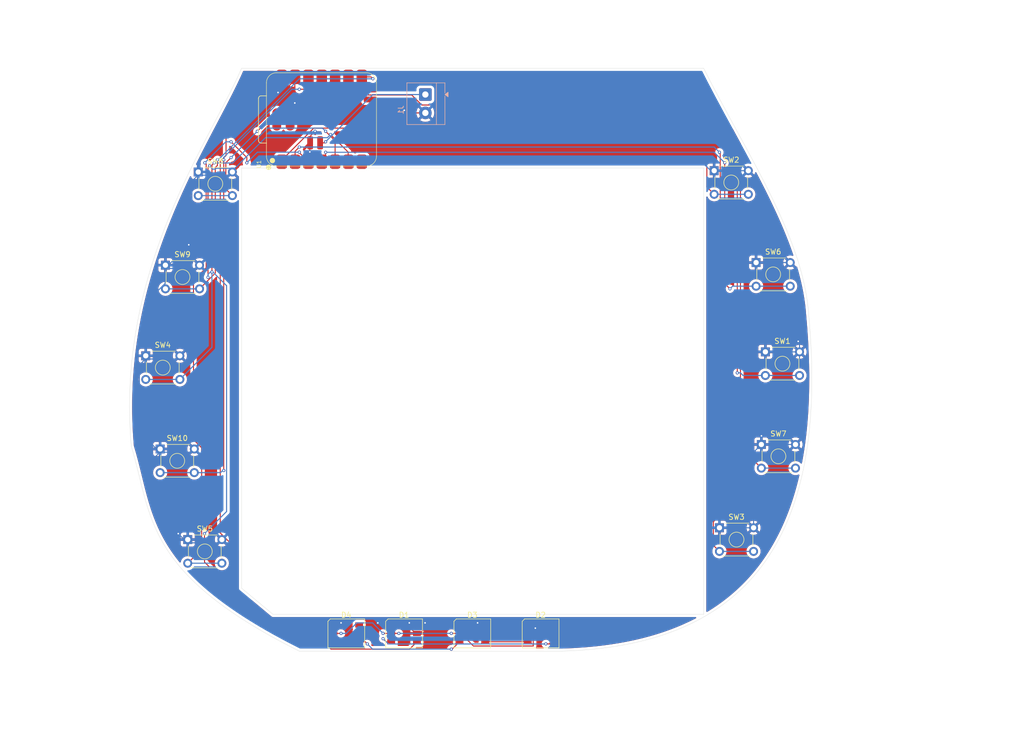
<source format=kicad_pcb>
(kicad_pcb (version 20241229) (generator "pcbnew") (generator_version "9.0")
  (title_block (title "Spacey") (company "ATY inc."))
  (layers (0 "F.Cu" signal) (2 "B.Cu" signal) (13 "F.Paste" user) (15 "B.Paste" user) (5 "F.SilkS" user "F.Silkscreen") (7 "B.SilkS" user "B.Silkscreen") (1 "F.Mask" user) (3 "B.Mask" user) (25 "Edge.Cuts" user))
  (net 0 "")
  (net 1 "+5V")
  (net 2 "Net-(D1-DOUT)")
  (net 4 "DIN")
  (net 5 "GND")
  (net 9 "+BATT")
  (net 10 "bt_6")
  (net 11 "bt_1")
  (net 12 "bt_5")
  (net 13 "bt_2")
  (net 14 "bt_4")
  (net 15 "bt_3")
  (net 16 "bt_8")
  (net 17 "bt_9")
  (net 18 "bt_7")
  (net 19 "bt_10")
  (net 21 "+3V3")
  (net 26 "Net-(D2-DOUT)")
  (net 27 "Net-(D3-DOUT)")
  (footprint "Button_Switch_THT:SW_TH_Tactile_Omron_B3F-10xx" (layer "F.Cu") (at -107 154.5)
    (property "Reference" "SW3" (at 3.25 -2.05 0) (layer "F.SilkS"))
    (property "Value" "SW_Omron_B3FS")
    (fp_line (start 0.13 3.4) (end 0.13 1.2) (stroke (width 0.12)) (layer "F.SilkS"))
    (fp_line (start 0.6 5.37) (end 5.8 5.37) (stroke (width 0.12)) (layer "F.SilkS"))
    (fp_line (start 1.2 -0.87) (end 5.6 -0.87) (stroke (width 0.12)) (layer "F.SilkS"))
    (fp_line (start 6.37 1.2) (end 6.37 3.4) (stroke (width 0.12)) (layer "F.SilkS"))
    (fp_circle (center 3.25 2.25) (end 4.25 3.25) (stroke (width 0.12)) (fill no) (layer "F.SilkS"))
    (pad "1" thru_hole rect (at 0 0) (size 1.7 1.7) (drill 1) (layers "*.Cu" "*.Mask") (net 5 "GND"))
    (pad "1" thru_hole circle (at 6.5 0) (size 1.7 1.7) (drill 1) (layers "*.Cu" "*.Mask") (net 5 "GND"))
    (pad "2" thru_hole circle (at 0 4.5) (size 1.7 1.7) (drill 1) (layers "*.Cu" "*.Mask") (net 12 "bt_5"))
    (pad "2" thru_hole circle (at 6.5 4.5) (size 1.7 1.7) (drill 1) (layers "*.Cu" "*.Mask") (net 12 "bt_5"))
  )
  (footprint "LED_SMD:LED_WS2812_PLCC6_5.0x5.0mm_P1.6mm" (layer "F.Cu") (at -154.055892 174.613461)
    (property "Reference" "D3" (at 0 -3.5 0) (layer "F.SilkS"))
    (property "Value" "WS2813")
    (fp_line (start -3.5 -2.3) (end -3.5 2.75) (stroke (width 0.12)) (layer "F.SilkS"))
    (fp_line (start -3.05 -2.75) (end -3.5 -2.3) (stroke (width 0.12)) (layer "F.SilkS"))
    (fp_line (start 3.5 -2.75) (end -3.05 -2.75) (stroke (width 0.12)) (layer "F.SilkS"))
    (fp_line (start 3.5 2.75) (end -3.5 2.75) (stroke (width 0.12)) (layer "F.SilkS"))
    (fp_line (start 3.5 2.75) (end 3.5 -2.75) (stroke (width 0.12)) (layer "F.SilkS"))
    (pad "1" smd rect (at -2.45 -1.6) (size 1.5 1) (layers "F.Cu" "F.Mask" "F.Paste"))
    (pad "2" smd rect (at -2.45 0) (size 1.5 1) (layers "F.Cu" "F.Mask" "F.Paste") (net 1 "+5V"))
    (pad "3" smd rect (at -2.45 1.6) (size 1.5 1) (layers "F.Cu" "F.Mask" "F.Paste") (net 27 "Net-(D3-DOUT)"))
    (pad "4" smd rect (at 2.45 1.6) (size 1.5 1) (layers "F.Cu" "F.Mask" "F.Paste") (net 26 "Net-(D2-DOUT)"))
    (pad "5" smd rect (at 2.45 0) (size 1.5 1) (layers "F.Cu" "F.Mask" "F.Paste") (net 5 "GND"))
    (pad "6" smd rect (at 2.45 -1.6) (size 1.5 1) (layers "F.Cu" "F.Mask" "F.Paste"))
  )
  (footprint "Button_Switch_THT:SW_TH_Tactile_Omron_B3F-10xx" (layer "F.Cu") (at -100.0175 104)
    (property "Reference" "SW6" (at 3.25 -2.05 0) (layer "F.SilkS"))
    (property "Value" "SW_Omron_B3FS")
    (fp_line (start 0.13 3.4) (end 0.13 1.2) (stroke (width 0.12)) (layer "F.SilkS"))
    (fp_line (start 0.6 5.37) (end 5.8 5.37) (stroke (width 0.12)) (layer "F.SilkS"))
    (fp_line (start 1.2 -0.87) (end 5.6 -0.87) (stroke (width 0.12)) (layer "F.SilkS"))
    (fp_line (start 6.37 1.2) (end 6.37 3.4) (stroke (width 0.12)) (layer "F.SilkS"))
    (fp_circle (center 3.25 2.25) (end 4.25 3.25) (stroke (width 0.12)) (fill no) (layer "F.SilkS"))
    (pad "1" thru_hole rect (at 0 0) (size 1.7 1.7) (drill 1) (layers "*.Cu" "*.Mask") (net 5 "GND"))
    (pad "1" thru_hole circle (at 6.5 0) (size 1.7 1.7) (drill 1) (layers "*.Cu" "*.Mask") (net 5 "GND"))
    (pad "2" thru_hole circle (at 0 4.5) (size 1.7 1.7) (drill 1) (layers "*.Cu" "*.Mask") (net 15 "bt_3"))
    (pad "2" thru_hole circle (at 6.5 4.5) (size 1.7 1.7) (drill 1) (layers "*.Cu" "*.Mask") (net 15 "bt_3"))
  )
  (footprint "Button_Switch_THT:SW_TH_Tactile_Omron_B3F-10xx" (layer "F.Cu") (at -98.25 121)
    (property "Reference" "SW1" (at 3.25 -2.05 0) (layer "F.SilkS"))
    (property "Value" "SW_Omron_B3FS")
    (fp_line (start 0.13 3.4) (end 0.13 1.2) (stroke (width 0.12)) (layer "F.SilkS"))
    (fp_line (start 0.6 5.37) (end 5.8 5.37) (stroke (width 0.12)) (layer "F.SilkS"))
    (fp_line (start 1.2 -0.87) (end 5.6 -0.87) (stroke (width 0.12)) (layer "F.SilkS"))
    (fp_line (start 6.37 1.2) (end 6.37 3.4) (stroke (width 0.12)) (layer "F.SilkS"))
    (fp_circle (center 3.25 2.25) (end 4.25 3.25) (stroke (width 0.12)) (fill no) (layer "F.SilkS"))
    (pad "1" thru_hole rect (at 0 0) (size 1.7 1.7) (drill 1) (layers "*.Cu" "*.Mask") (net 5 "GND"))
    (pad "1" thru_hole circle (at 6.5 0) (size 1.7 1.7) (drill 1) (layers "*.Cu" "*.Mask") (net 5 "GND"))
    (pad "2" thru_hole circle (at 0 4.5) (size 1.7 1.7) (drill 1) (layers "*.Cu" "*.Mask") (net 10 "bt_6"))
    (pad "2" thru_hole circle (at 6.5 4.5) (size 1.7 1.7) (drill 1) (layers "*.Cu" "*.Mask") (net 10 "bt_6"))
  )
  (footprint "Button_Switch_THT:SW_TH_Tactile_Omron_B3F-10xx" (layer "F.Cu") (at -212.5 104.5)
    (property "Reference" "SW9" (at 3.25 -2.05 0) (layer "F.SilkS"))
    (property "Value" "SW_Omron_B3FS")
    (fp_line (start 0.13 3.4) (end 0.13 1.2) (stroke (width 0.12)) (layer "F.SilkS"))
    (fp_line (start 0.6 5.37) (end 5.8 5.37) (stroke (width 0.12)) (layer "F.SilkS"))
    (fp_line (start 1.2 -0.87) (end 5.6 -0.87) (stroke (width 0.12)) (layer "F.SilkS"))
    (fp_line (start 6.37 1.2) (end 6.37 3.4) (stroke (width 0.12)) (layer "F.SilkS"))
    (fp_circle (center 3.25 2.25) (end 4.25 3.25) (stroke (width 0.12)) (fill no) (layer "F.SilkS"))
    (pad "1" thru_hole rect (at 0 0) (size 1.7 1.7) (drill 1) (layers "*.Cu" "*.Mask") (net 5 "GND"))
    (pad "1" thru_hole circle (at 6.5 0) (size 1.7 1.7) (drill 1) (layers "*.Cu" "*.Mask") (net 5 "GND"))
    (pad "2" thru_hole circle (at 0 4.5) (size 1.7 1.7) (drill 1) (layers "*.Cu" "*.Mask") (net 18 "bt_7"))
    (pad "2" thru_hole circle (at 6.5 4.5) (size 1.7 1.7) (drill 1) (layers "*.Cu" "*.Mask") (net 18 "bt_7"))
  )
  (footprint "Button_Switch_THT:SW_TH_Tactile_Omron_B3F-10xx" (layer "F.Cu") (at -213.5 139.5)
    (property "Reference" "SW10" (at 3.25 -2.05 0) (layer "F.SilkS"))
    (property "Value" "SW_Omron_B3FS")
    (fp_line (start 0.13 3.4) (end 0.13 1.2) (stroke (width 0.12)) (layer "F.SilkS"))
    (fp_line (start 0.6 5.37) (end 5.8 5.37) (stroke (width 0.12)) (layer "F.SilkS"))
    (fp_line (start 1.2 -0.87) (end 5.6 -0.87) (stroke (width 0.12)) (layer "F.SilkS"))
    (fp_line (start 6.37 1.2) (end 6.37 3.4) (stroke (width 0.12)) (layer "F.SilkS"))
    (fp_circle (center 3.25 2.25) (end 4.25 3.25) (stroke (width 0.12)) (fill no) (layer "F.SilkS"))
    (pad "1" thru_hole rect (at 0 0) (size 1.7 1.7) (drill 1) (layers "*.Cu" "*.Mask") (net 5 "GND"))
    (pad "1" thru_hole circle (at 6.5 0) (size 1.7 1.7) (drill 1) (layers "*.Cu" "*.Mask") (net 5 "GND"))
    (pad "2" thru_hole circle (at 0 4.5) (size 1.7 1.7) (drill 1) (layers "*.Cu" "*.Mask") (net 19 "bt_10"))
    (pad "2" thru_hole circle (at 6.5 4.5) (size 1.7 1.7) (drill 1) (layers "*.Cu" "*.Mask") (net 19 "bt_10"))
  )
  (footprint "Button_Switch_THT:SW_TH_Tactile_Omron_B3F-10xx" (layer "F.Cu") (at -108 86.5)
    (property "Reference" "SW2" (at 3.25 -2.05 0) (layer "F.SilkS"))
    (property "Value" "SW_Omron_B3FS")
    (fp_line (start 0.13 3.4) (end 0.13 1.2) (stroke (width 0.12)) (layer "F.SilkS"))
    (fp_line (start 0.6 5.37) (end 5.8 5.37) (stroke (width 0.12)) (layer "F.SilkS"))
    (fp_line (start 1.2 -0.87) (end 5.6 -0.87) (stroke (width 0.12)) (layer "F.SilkS"))
    (fp_line (start 6.37 1.2) (end 6.37 3.4) (stroke (width 0.12)) (layer "F.SilkS"))
    (fp_circle (center 3.25 2.25) (end 4.25 3.25) (stroke (width 0.12)) (fill no) (layer "F.SilkS"))
    (pad "1" thru_hole rect (at 0 0) (size 1.7 1.7) (drill 1) (layers "*.Cu" "*.Mask") (net 5 "GND"))
    (pad "1" thru_hole circle (at 6.5 0) (size 1.7 1.7) (drill 1) (layers "*.Cu" "*.Mask") (net 5 "GND"))
    (pad "2" thru_hole circle (at 0 4.5) (size 1.7 1.7) (drill 1) (layers "*.Cu" "*.Mask") (net 11 "bt_1"))
    (pad "2" thru_hole circle (at 6.5 4.5) (size 1.7 1.7) (drill 1) (layers "*.Cu" "*.Mask") (net 11 "bt_1"))
  )
  (footprint "Button_Switch_THT:SW_TH_Tactile_Omron_B3F-10xx" (layer "F.Cu") (at -216.25 121.75)
    (property "Reference" "SW4" (at 3.25 -2.05 0) (layer "F.SilkS"))
    (property "Value" "SW_Omron_B3FS")
    (fp_line (start 0.13 3.4) (end 0.13 1.2) (stroke (width 0.12)) (layer "F.SilkS"))
    (fp_line (start 0.6 5.37) (end 5.8 5.37) (stroke (width 0.12)) (layer "F.SilkS"))
    (fp_line (start 1.2 -0.87) (end 5.6 -0.87) (stroke (width 0.12)) (layer "F.SilkS"))
    (fp_line (start 6.37 1.2) (end 6.37 3.4) (stroke (width 0.12)) (layer "F.SilkS"))
    (fp_circle (center 3.25 2.25) (end 4.25 3.25) (stroke (width 0.12)) (fill no) (layer "F.SilkS"))
    (pad "1" thru_hole rect (at 0 0) (size 1.7 1.7) (drill 1) (layers "*.Cu" "*.Mask") (net 5 "GND"))
    (pad "1" thru_hole circle (at 6.5 0) (size 1.7 1.7) (drill 1) (layers "*.Cu" "*.Mask") (net 5 "GND"))
    (pad "2" thru_hole circle (at 0 4.5) (size 1.7 1.7) (drill 1) (layers "*.Cu" "*.Mask") (net 13 "bt_2"))
    (pad "2" thru_hole circle (at 6.5 4.5) (size 1.7 1.7) (drill 1) (layers "*.Cu" "*.Mask") (net 13 "bt_2"))
  )
  (footprint "Button_Switch_THT:SW_TH_Tactile_Omron_B3F-10xx" (layer "F.Cu") (at -206.25 86.75)
    (property "Reference" "SW8" (at 3.25 -2.05 0) (layer "F.SilkS"))
    (property "Value" "SW_Omron_B3FS")
    (fp_line (start 0.13 3.4) (end 0.13 1.2) (stroke (width 0.12)) (layer "F.SilkS"))
    (fp_line (start 0.6 5.37) (end 5.8 5.37) (stroke (width 0.12)) (layer "F.SilkS"))
    (fp_line (start 1.2 -0.87) (end 5.6 -0.87) (stroke (width 0.12)) (layer "F.SilkS"))
    (fp_line (start 6.37 1.2) (end 6.37 3.4) (stroke (width 0.12)) (layer "F.SilkS"))
    (fp_circle (center 3.25 2.25) (end 4.25 3.25) (stroke (width 0.12)) (fill no) (layer "F.SilkS"))
    (pad "1" thru_hole rect (at 0 0) (size 1.7 1.7) (drill 1) (layers "*.Cu" "*.Mask") (net 5 "GND"))
    (pad "1" thru_hole circle (at 6.5 0) (size 1.7 1.7) (drill 1) (layers "*.Cu" "*.Mask") (net 5 "GND"))
    (pad "2" thru_hole circle (at 0 4.5) (size 1.7 1.7) (drill 1) (layers "*.Cu" "*.Mask") (net 17 "bt_9"))
    (pad "2" thru_hole circle (at 6.5 4.5) (size 1.7 1.7) (drill 1) (layers "*.Cu" "*.Mask") (net 17 "bt_9"))
  )
  (footprint "Button_Switch_THT:SW_TH_Tactile_Omron_B3F-10xx" (layer "F.Cu") (at -208.25 156.75)
    (property "Reference" "SW5" (at 3.25 -2.05 0) (layer "F.SilkS"))
    (property "Value" "SW_Omron_B3FS")
    (fp_line (start 0.13 3.4) (end 0.13 1.2) (stroke (width 0.12)) (layer "F.SilkS"))
    (fp_line (start 0.6 5.37) (end 5.8 5.37) (stroke (width 0.12)) (layer "F.SilkS"))
    (fp_line (start 1.2 -0.87) (end 5.6 -0.87) (stroke (width 0.12)) (layer "F.SilkS"))
    (fp_line (start 6.37 1.2) (end 6.37 3.4) (stroke (width 0.12)) (layer "F.SilkS"))
    (fp_circle (center 3.25 2.25) (end 4.25 3.25) (stroke (width 0.12)) (fill no) (layer "F.SilkS"))
    (pad "1" thru_hole rect (at 0 0) (size 1.7 1.7) (drill 1) (layers "*.Cu" "*.Mask") (net 5 "GND"))
    (pad "1" thru_hole circle (at 6.5 0) (size 1.7 1.7) (drill 1) (layers "*.Cu" "*.Mask") (net 5 "GND"))
    (pad "2" thru_hole circle (at 0 4.5) (size 1.7 1.7) (drill 1) (layers "*.Cu" "*.Mask") (net 14 "bt_4"))
    (pad "2" thru_hole circle (at 6.5 4.5) (size 1.7 1.7) (drill 1) (layers "*.Cu" "*.Mask") (net 14 "bt_4"))
  )
  (footprint "LED_SMD:LED_WS2812_PLCC6_5.0x5.0mm_P1.6mm" (layer "F.Cu") (at -141.055892 174.613461)
    (property "Reference" "D2" (at 0 -3.5 0) (layer "F.SilkS"))
    (property "Value" "WS2813")
    (fp_line (start -3.5 -2.3) (end -3.5 2.75) (stroke (width 0.12)) (layer "F.SilkS"))
    (fp_line (start -3.05 -2.75) (end -3.5 -2.3) (stroke (width 0.12)) (layer "F.SilkS"))
    (fp_line (start 3.5 -2.75) (end -3.05 -2.75) (stroke (width 0.12)) (layer "F.SilkS"))
    (fp_line (start 3.5 2.75) (end -3.5 2.75) (stroke (width 0.12)) (layer "F.SilkS"))
    (fp_line (start 3.5 2.75) (end 3.5 -2.75) (stroke (width 0.12)) (layer "F.SilkS"))
    (pad "1" smd rect (at -2.45 -1.6) (size 1.5 1) (layers "F.Cu" "F.Mask" "F.Paste"))
    (pad "2" smd rect (at -2.45 0) (size 1.5 1) (layers "F.Cu" "F.Mask" "F.Paste") (net 1 "+5V"))
    (pad "3" smd rect (at -2.45 1.6) (size 1.5 1) (layers "F.Cu" "F.Mask" "F.Paste") (net 26 "Net-(D2-DOUT)"))
    (pad "4" smd rect (at 2.45 1.6) (size 1.5 1) (layers "F.Cu" "F.Mask" "F.Paste") (net 2 "Net-(D1-DOUT)"))
    (pad "5" smd rect (at 2.45 0) (size 1.5 1) (layers "F.Cu" "F.Mask" "F.Paste") (net 5 "GND"))
    (pad "6" smd rect (at 2.45 -1.6) (size 1.5 1) (layers "F.Cu" "F.Mask" "F.Paste"))
  )
  (footprint "Button_Switch_THT:SW_TH_Tactile_Omron_B3F-10xx" (layer "F.Cu") (at -99.0175 138.642288)
    (property "Reference" "SW7" (at 3.25 -2.05 0) (layer "F.SilkS"))
    (property "Value" "SW_Omron_B3FS")
    (fp_line (start 0.13 3.4) (end 0.13 1.2) (stroke (width 0.12)) (layer "F.SilkS"))
    (fp_line (start 0.6 5.37) (end 5.8 5.37) (stroke (width 0.12)) (layer "F.SilkS"))
    (fp_line (start 1.2 -0.87) (end 5.6 -0.87) (stroke (width 0.12)) (layer "F.SilkS"))
    (fp_line (start 6.37 1.2) (end 6.37 3.4) (stroke (width 0.12)) (layer "F.SilkS"))
    (fp_circle (center 3.25 2.25) (end 4.25 3.25) (stroke (width 0.12)) (fill no) (layer "F.SilkS"))
    (pad "1" thru_hole rect (at 0 0) (size 1.7 1.7) (drill 1) (layers "*.Cu" "*.Mask") (net 5 "GND"))
    (pad "1" thru_hole circle (at 6.5 0) (size 1.7 1.7) (drill 1) (layers "*.Cu" "*.Mask") (net 5 "GND"))
    (pad "2" thru_hole circle (at 0 4.5) (size 1.7 1.7) (drill 1) (layers "*.Cu" "*.Mask") (net 16 "bt_8"))
    (pad "2" thru_hole circle (at 6.5 4.5) (size 1.7 1.7) (drill 1) (layers "*.Cu" "*.Mask") (net 16 "bt_8"))
  )
  (footprint "Seeed Studio XIAO Series Library:XIAO-nRF52840-SMD" (layer "F.Cu") (at -182.726057 76.696668 90)
    (property "Reference" "U1" (at -9.445001 -11.5 90) (layer "F.SilkS") (effects (font (size 0.78232 0.78232) (thickness 0.10668)) (justify left bottom)))
    (property "Value" "XIAO-nRF52840-SMD")
    (fp_line (start -4.046272 -12.047) (end 3.949 -12.047) (stroke (width 0.127)) (layer "F.SilkS"))
    (fp_line (start 4.449 -11.547) (end 4.449 -10.537) (stroke (width 0.127)) (layer "F.SilkS"))
    (fp_line (start 6.93 -10.537) (end -7.04 -10.537) (stroke (width 0.1)) (layer "F.SilkS"))
    (fp_line (start -4.55 -10.537) (end -4.546272 -11.547272) (stroke (width 0.127)) (layer "F.SilkS"))
    (fp_line (start 8.834999 8.513) (end 8.835 -8.632) (stroke (width 0.1)) (layer "F.SilkS"))
    (fp_line (start -8.945 8.513) (end -8.945 -8.632) (stroke (width 0.1)) (layer "F.SilkS"))
    (fp_line (start -7.04 10.418) (end 6.93 10.417999) (stroke (width 0.1)) (layer "F.SilkS"))
    (fp_arc (start 3.949 -12.047) (mid 4.302524 -11.900524) (end 4.449 -11.547) (stroke (width 0.127)) (layer "F.SilkS"))
    (fp_arc (start -4.546272 -11.547272) (mid -4.399724 -11.900644) (end -4.046272 -12.047) (stroke (width 0.127)) (layer "F.SilkS"))
    (fp_arc (start 6.93 -10.537) (mid 8.277024 -9.979024) (end 8.835 -8.632) (stroke (width 0.1)) (layer "F.SilkS"))
    (fp_arc (start -8.945 -8.636) (mid -8.387038 -9.983037) (end -7.04 -10.541) (stroke (width 0.1)) (layer "F.SilkS"))
    (fp_arc (start 8.834999 8.513) (mid 8.277038 9.860038) (end 6.93 10.417999) (stroke (width 0.1)) (layer "F.SilkS"))
    (fp_arc (start -7.04 10.418) (mid -8.387038 9.860038) (end -8.945 8.513) (stroke (width 0.1)) (layer "F.SilkS"))
    (fp_circle (center -9.155 -10.121) (end -9.155 -10.374999) (stroke (width 0.5)) (fill yes) (layer "F.SilkS"))
    (fp_circle (center -7.881 -9.404) (end -7.881 -9.658) (stroke (width 0.5)) (fill yes) (layer "F.SilkS"))
    (pad "1" smd roundrect (at -8.11 -7.62 90) (size 2.75 2) (layers "F.Cu" "F.Mask" "F.Paste") (net 10 "bt_6"))
    (pad "2" smd roundrect (at -8.11 -5.079999 90) (size 2.75 2) (layers "F.Cu" "F.Mask" "F.Paste") (net 12 "bt_5"))
    (pad "3" smd roundrect (at -8.11 -2.54 90) (size 2.75 2) (layers "F.Cu" "F.Mask" "F.Paste") (net 14 "bt_4"))
    (pad "4" smd roundrect (at -8.11 0 90) (size 2.75 2) (layers "F.Cu" "F.Mask" "F.Paste") (net 15 "bt_3"))
    (pad "5" smd roundrect (at -8.11 2.54 90) (size 2.75 2) (layers "F.Cu" "F.Mask" "F.Paste") (net 13 "bt_2"))
    (pad "6" smd roundrect (at -8.11 5.079999 90) (size 2.75 2) (layers "F.Cu" "F.Mask" "F.Paste") (net 4 "DIN"))
    (pad "7" smd roundrect (at -8.11 7.62 90) (size 2.75 2) (layers "F.Cu" "F.Mask" "F.Paste") (net 11 "bt_1"))
    (pad "8" smd roundrect (at 8.055 7.62 90) (size 2.75 2) (layers "F.Cu" "F.Mask" "F.Paste") (net 18 "bt_7"))
    (pad "9" smd roundrect (at 8.055001 5.08 90) (size 2.75 2) (layers "F.Cu" "F.Mask" "F.Paste") (net 16 "bt_8"))
    (pad "10" smd roundrect (at 8.055 2.54 90) (size 2.75 2) (layers "F.Cu" "F.Mask" "F.Paste") (net 17 "bt_9"))
    (pad "11" smd roundrect (at 8.055 0 90) (size 2.75 2) (layers "F.Cu" "F.Mask" "F.Paste") (net 19 "bt_10"))
    (pad "12" smd roundrect (at 8.055 -2.54 90) (size 2.75 2) (layers "F.Cu" "F.Mask" "F.Paste") (net 21 "+3V3"))
    (pad "13" smd roundrect (at 8.055001 -5.08 90) (size 2.75 2) (layers "F.Cu" "F.Mask" "F.Paste") (net 5 "GND"))
    (pad "14" smd roundrect (at 8.055 -7.62 90) (size 2.75 2) (layers "F.Cu" "F.Mask" "F.Paste") (net 1 "+5V"))
    (pad "15" smd roundrect (at -4.5 -0.313499 270) (size 2.5 1.1) (layers "F.Cu" "F.Mask" "F.Paste") (net 9 "+BATT"))
    (pad "16" smd roundrect (at -4.5 -2.2185 270) (size 2.5 1.1) (layers "F.Cu" "F.Mask" "F.Paste") (net 5 "GND"))
    (pad "17" smd roundrect (at 3.755 9.236901) (size 2.5 1.1) (layers "F.Cu" "F.Mask" "F.Paste"))
    (pad "18" smd roundrect (at 5.66 9.2369) (size 2.5 1.1) (layers "F.Cu" "F.Mask" "F.Paste"))
    (pad "19" smd circle (at -1.325 -8.5685 90) (size 1.7 1.7) (layers "F.Cu" "F.Mask" "F.Paste"))
    (pad "20" smd circle (at 1.215 -8.5685 90) (size 1.7 1.7) (layers "F.Cu" "F.Mask" "F.Paste"))
    (pad "21" smd circle (at -1.325 -6.0285 90) (size 1.7 1.7) (layers "F.Cu" "F.Mask" "F.Paste"))
    (pad "22" smd circle (at 1.215 -6.0285 90) (size 1.7 1.7) (layers "F.Cu" "F.Mask" "F.Paste") (net 5 "GND"))
  )
  (footprint "LED_SMD:LED_WS2812_PLCC6_5.0x5.0mm_P1.6mm" (layer "F.Cu") (at -178.055892 174.613461)
    (property "Reference" "D4" (at 0 -3.5 0) (layer "F.SilkS"))
    (property "Value" "WS2813")
    (fp_line (start -3.5 -2.3) (end -3.5 2.75) (stroke (width 0.12)) (layer "F.SilkS"))
    (fp_line (start -3.05 -2.75) (end -3.5 -2.3) (stroke (width 0.12)) (layer "F.SilkS"))
    (fp_line (start 3.5 -2.75) (end -3.05 -2.75) (stroke (width 0.12)) (layer "F.SilkS"))
    (fp_line (start 3.5 2.75) (end -3.5 2.75) (stroke (width 0.12)) (layer "F.SilkS"))
    (fp_line (start 3.5 2.75) (end 3.5 -2.75) (stroke (width 0.12)) (layer "F.SilkS"))
    (pad "1" smd rect (at -2.45 -1.6) (size 1.5 1) (layers "F.Cu" "F.Mask" "F.Paste"))
    (pad "2" smd rect (at -2.45 0) (size 1.5 1) (layers "F.Cu" "F.Mask" "F.Paste") (net 1 "+5V"))
    (pad "3" smd rect (at -2.45 1.6) (size 1.5 1) (layers "F.Cu" "F.Mask" "F.Paste"))
    (pad "4" smd rect (at 2.45 1.6) (size 1.5 1) (layers "F.Cu" "F.Mask" "F.Paste") (net 27 "Net-(D3-DOUT)"))
    (pad "5" smd rect (at 2.45 0) (size 1.5 1) (layers "F.Cu" "F.Mask" "F.Paste") (net 5 "GND"))
    (pad "6" smd rect (at 2.45 -1.6) (size 1.5 1) (layers "F.Cu" "F.Mask" "F.Paste"))
  )
  (footprint "LED_SMD:LED_WS2812_PLCC6_5.0x5.0mm_P1.6mm" (layer "F.Cu") (at -167.055892 174.613461)
    (property "Reference" "D1" (at 0 -3.5 0) (layer "F.SilkS"))
    (property "Value" "WS2813")
    (fp_line (start -3.5 -2.3) (end -3.5 2.75) (stroke (width 0.12)) (layer "F.SilkS"))
    (fp_line (start -3.05 -2.75) (end -3.5 -2.3) (stroke (width 0.12)) (layer "F.SilkS"))
    (fp_line (start 3.5 -2.75) (end -3.05 -2.75) (stroke (width 0.12)) (layer "F.SilkS"))
    (fp_line (start 3.5 2.75) (end -3.5 2.75) (stroke (width 0.12)) (layer "F.SilkS"))
    (fp_line (start 3.5 2.75) (end 3.5 -2.75) (stroke (width 0.12)) (layer "F.SilkS"))
    (pad "1" smd rect (at -2.45 -1.6) (size 1.5 1) (layers "F.Cu" "F.Mask" "F.Paste"))
    (pad "2" smd rect (at -2.45 0) (size 1.5 1) (layers "F.Cu" "F.Mask" "F.Paste") (net 1 "+5V"))
    (pad "3" smd rect (at -2.45 1.6) (size 1.5 1) (layers "F.Cu" "F.Mask" "F.Paste") (net 2 "Net-(D1-DOUT)"))
    (pad "4" smd rect (at 2.45 1.6) (size 1.5 1) (layers "F.Cu" "F.Mask" "F.Paste") (net 4 "DIN"))
    (pad "5" smd rect (at 2.45 0) (size 1.5 1) (layers "F.Cu" "F.Mask" "F.Paste") (net 5 "GND"))
    (pad "6" smd rect (at 2.45 -1.6) (size 1.5 1) (layers "F.Cu" "F.Mask" "F.Paste"))
  )
  (footprint "TerminalBlock_4Ucon:TerminalBlock_4Ucon_1x02_P3.50mm_Horizontal" (layer "B.Cu") (at -163 72 -90)
    (property "Reference" "J1" (at 2.932293 4.655964 90) (layer "B.SilkS") (effects (justify mirror)))
    (property "Value" "Screw_Terminal_01x02")
    (fp_line (start -2.22 3.52) (end 5.72 3.52) (stroke (width 0.12)) (layer "B.SilkS"))
    (fp_line (start -2.22 3.52) (end -2.22 -3.72) (stroke (width 0.12)) (layer "B.SilkS"))
    (fp_line (start 5.72 3.52) (end 5.72 -3.72) (stroke (width 0.12)) (layer "B.SilkS"))
    (fp_line (start -2.22 -2.1) (end 5.72 -2.1) (stroke (width 0.12)) (layer "B.SilkS"))
    (fp_line (start -2.22 -3.72) (end -0.3 -3.72) (stroke (width 0.12)) (layer "B.SilkS"))
    (fp_line (start 0.3 -3.72) (end 5.72 -3.72) (stroke (width 0.12)) (layer "B.SilkS"))
    (fp_poly (pts (xy 0 -3.72) (xy 0.44 -4.329999) (xy -0.44 -4.329999)) (stroke (width 0.12)) (fill yes) (layer "B.SilkS"))
    (pad "1" thru_hole roundrect (at 0 0 270) (size 2.4 2.4) (drill 1.2) (layers "*.Cu" "*.Mask") (roundrect_rratio 0.104167) (net 9 "+BATT"))
    (pad "2" thru_hole circle (at 3.5 0 270) (size 2.4 2.4) (drill 1.2) (layers "*.Cu" "*.Mask") (net 5 "GND"))
  )
  (gr_curve (pts (xy -219 139) (xy -215 152) (xy -217 163) (xy -187 178)) (stroke (width 0.05)) (layer "Edge.Cuts"))
  (gr_line (start -137 178) (end -187 178) (stroke (width 0.05)) (layer "Edge.Cuts"))
  (gr_curve (pts (xy -110 67) (xy -102 83) (xy -91 99) (xy -90 113.851676)) (stroke (width 0.05)) (layer "Edge.Cuts"))
  (gr_line (start -110 86) (end -198 86) (stroke (width 0.05)) (layer "Edge.Cuts"))
  (gr_line (start -110 86) (end -110 171) (stroke (width 0.05)) (layer "Edge.Cuts"))
  (gr_line (start -198 67) (end -110 67) (stroke (width 0.05)) (layer "Edge.Cuts"))
  (gr_line (start -198 86) (end -198 166) (stroke (width 0.05)) (layer "Edge.Cuts"))
  (gr_line (start -198 166) (end -192 171) (stroke (width 0.05)) (layer "Edge.Cuts"))
  (gr_line (start -192 171) (end -110 171) (stroke (width 0.05)) (layer "Edge.Cuts"))
  (gr_curve (pts (xy -90 113.851676) (xy -86 157) (xy -102 177) (xy -137 178)) (stroke (width 0.05)) (layer "Edge.Cuts"))
  (gr_curve (pts (xy -198 67) (xy -204 81) (xy -222 105) (xy -219 139)) (stroke (width 0.05)) (layer "Edge.Cuts"))
  (segment (start -190.905834 174.613461) (end -180.505892 174.613461) (width 0.2) (layer "F.Cu") (net 1))
  (segment (start -156.255892 174.613461) (end -153.854892 177.014461) (width 0.2) (layer "F.Cu") (net 1))
  (segment (start -198.656892 166.862403) (end -190.905834 174.613461) (width 0.2) (layer "F.Cu") (net 1))
  (segment (start -142.454892 177.014461) (end -142.454892 175.412461) (width 0.2) (layer "F.Cu") (net 1))
  (segment (start -153.854892 177.014461) (end -142.454892 177.014461) (width 0.2) (layer "F.Cu") (net 1))
  (segment (start -171.055892 174.613461) (end -169.505892 174.613461) (width 0.2) (layer "F.Cu") (net 1))
  (segment (start -200.956892 79.810072) (end -200.956892 83.613461) (width 0.2) (layer "F.Cu") (net 1))
  (segment (start -142.454892 175.412461) (end -143.253892 174.613461) (width 0.2) (layer "F.Cu") (net 1))
  (segment (start -190.401949 69.255129) (end -200.956892 79.810072) (width 0.2) (layer "F.Cu") (net 1))
  (segment (start -198.656892 158.884701) (end -198.656892 166.862403) (width 0.2) (layer "F.Cu") (net 1))
  (segment (start -202.055892 84.712461) (end -202.055892 155.485701) (width 0.2) (layer "F.Cu") (net 1))
  (segment (start -158.055892 174.613461) (end -156.505892 174.613461) (width 0.2) (layer "F.Cu") (net 1))
  (segment (start -202.055892 155.485701) (end -198.656892 158.884701) (width 0.2) (layer "F.Cu") (net 1))
  (segment (start -156.505892 174.613461) (end -156.255892 174.613461) (width 0.2) (layer "F.Cu") (net 1))
  (segment (start -143.253892 174.613461) (end -143.505892 174.613461) (width 0.2) (layer "F.Cu") (net 1))
  (segment (start -180.505892 174.613461) (end -179.055892 174.613461) (width 0.2) (layer "F.Cu") (net 1))
  (segment (start -200.956892 83.613461) (end -202.055892 84.712461) (width 0.2) (layer "F.Cu") (net 1))
  (segment (start -169.505892 174.613461) (end -168.055892 174.613461) (width 0.2) (layer "F.Cu") (net 1))
  (via (at -168.055892 174.613461) (size 0.6) (drill 0.3) (layers "F.Cu" "B.Cu") (net 1))
  (via (at -179.055892 174.613461) (size 0.6) (drill 0.3) (layers "F.Cu" "B.Cu") (net 1))
  (via (at -158.055892 174.613461) (size 0.6) (drill 0.3) (layers "F.Cu" "B.Cu") (net 1))
  (via (at -171.055892 174.613461) (size 0.6) (drill 0.3) (layers "F.Cu" "B.Cu") (net 1))
  (segment (start -179.055892 174.613461) (end -178.055892 174.613461) (width 0.2) (layer "B.Cu") (net 1))
  (segment (start -173.055892 172.613461) (end -171.055892 174.613461) (width 0.2) (layer "B.Cu") (net 1))
  (segment (start -178.055892 174.613461) (end -176.055892 172.613461) (width 0.2) (layer "B.Cu") (net 1))
  (segment (start -176.055892 172.613461) (end -173.055892 172.613461) (width 0.2) (layer "B.Cu") (net 1))
  (segment (start -168.055892 174.613461) (end -158.055892 174.613461) (width 0.2) (layer "B.Cu") (net 1))
  (segment (start -169.505892 176.213461) (end -170.455892 176.213461) (width 0.2) (layer "F.Cu") (net 2))
  (segment (start -140.055892 176.613461) (end -139.005892 176.613461) (width 0.2) (layer "F.Cu") (net 2))
  (segment (start -170.455892 176.213461) (end -171.055892 175.613461) (width 0.2) (layer "F.Cu") (net 2))
  (segment (start -139.005892 176.613461) (end -138.605892 176.213461) (width 0.2) (layer "F.Cu") (net 2))
  (via (at -140.055892 176.613461) (size 0.6) (drill 0.3) (layers "F.Cu" "B.Cu") (net 2))
  (via (at -171.055892 175.613461) (size 0.6) (drill 0.3) (layers "F.Cu" "B.Cu") (net 2))
  (segment (start -146.074861 176.63243) (end -140.074861 176.63243) (width 0.2) (layer "B.Cu") (net 2))
  (segment (start -140.074861 176.63243) (end -140.055892 176.613461) (width 0.2) (layer "B.Cu") (net 2))
  (segment (start -171.055892 175.613461) (end -170.036923 176.63243) (width 0.2) (layer "B.Cu") (net 2))
  (segment (start -170.036923 176.63243) (end -146.074861 176.63243) (width 0.2) (layer "B.Cu") (net 2))
  (segment (start -205.055892 161.030503) (end -191.071934 175.014461) (width 0.2) (layer "F.Cu") (net 4))
  (segment (start -204.092886 85.57747) (end -204.389787 85.874371) (width 0.2) (layer "F.Cu") (net 4))
  (segment (start -205.055892 155.613461) (end -205.055892 161.030503) (width 0.2) (layer "F.Cu") (net 4))
  (segment (start -204.389787 85.874371) (end -204.389787 106.806394) (width 0.2) (layer "F.Cu") (net 4))
  (segment (start -191.071934 175.014461) (end -183.556892 175.014461) (width 0.2) (layer "F.Cu") (net 4))
  (segment (start -166.005892 177.613461) (end -164.605892 176.213461) (width 0.2) (layer "F.Cu") (net 4))
  (segment (start -180.957892 177.613461) (end -166.005892 177.613461) (width 0.2) (layer "F.Cu") (net 4))
  (segment (start -177.70195 85.420129) (end -177.70195 82.967403) (width 0.2) (layer "F.Cu") (net 4))
  (segment (start -183.556892 175.014461) (end -180.957892 177.613461) (width 0.2) (layer "F.Cu") (net 4))
  (segment (start -177.70195 82.967403) (end -181.055892 79.613461) (width 0.2) (layer "F.Cu") (net 4))
  (via (at -205.055892 155.613461) (size 0.6) (drill 0.3) (layers "F.Cu" "B.Cu") (net 4))
  (via (at -204.092886 85.57747) (size 0.6) (drill 0.3) (layers "F.Cu" "B.Cu") (net 4))
  (via (at -181.055892 79.613461) (size 0.6) (drill 0.3) (layers "F.Cu" "B.Cu") (net 4))
  (via (at -204.389787 106.806394) (size 0.6) (drill 0.3) (layers "F.Cu" "B.Cu") (net 4))
  (segment (start -203.505835 86.214461) (end -204.092886 85.62741) (width 0.2) (layer "B.Cu") (net 4))
  (segment (start -202.840765 86.047277) (end -203.007949 86.214461) (width 0.2) (layer "B.Cu") (net 4))
  (segment (start -200.854892 108.398418) (end -200.854892 151.412461) (width 0.2) (layer "B.Cu") (net 4))
  (segment (start -203.007949 86.214461) (end -203.505835 86.214461) (width 0.2) (layer "B.Cu") (net 4))
  (segment (start -204.389787 106.806394) (end -204.389787 106.248883) (width 0.2) (layer "B.Cu") (net 4))
  (segment (start -200.854892 151.412461) (end -205.055892 155.613461) (width 0.2) (layer "B.Cu") (net 4))
  (segment (start -204.389787 106.248883) (end -203.94605 105.805146) (width 0.2) (layer "B.Cu") (net 4))
  (segment (start -198.957127 85.712226) (end -199.292178 86.047277) (width 0.2) (layer "B.Cu") (net 4))
  (segment (start -193.459362 80.214461) (end -198.957127 85.712226) (width 0.2) (layer "B.Cu") (net 4))
  (segment (start -204.092886 85.62741) (end -204.092886 85.57747) (width 0.2) (layer "B.Cu") (net 4))
  (segment (start -181.055892 79.613461) (end -181.656892 80.214461) (width 0.2) (layer "B.Cu") (net 4))
  (segment (start -199.292178 86.047277) (end -202.840765 86.047277) (width 0.2) (layer "B.Cu") (net 4))
  (segment (start -181.656892 80.214461) (end -193.459362 80.214461) (width 0.2) (layer "B.Cu") (net 4))
  (segment (start -203.448164 105.805146) (end -200.854892 108.398418) (width 0.2) (layer "B.Cu") (net 4))
  (segment (start -203.94605 105.805146) (end -203.448164 105.805146) (width 0.2) (layer "B.Cu") (net 4))
  (segment (start -166.5 75.5) (end -167 75) (width 0.2) (layer "F.Cu") (net 5))
  (segment (start -164.055892 174.613461) (end -163.055892 173.613461) (width 0.2) (layer "F.Cu") (net 5))
  (segment (start -174.055892 174.613461) (end -172.055892 172.613461) (width 0.2) (layer "F.Cu") (net 5))
  (segment (start -187.861949 73.613461) (end -187.861949 69.255128) (width 0.2) (layer "F.Cu") (net 5))
  (segment (start -187.861949 75.146629) (end -187.861949 73.613461) (width 0.2) (layer "F.Cu") (net 5))
  (segment (start -190.220282 71.613461) (end -191.055892 71.613461) (width 0.2) (layer "F.Cu") (net 5))
  (segment (start -164.605892 174.613461) (end -164.055892 174.613461) (width 0.2) (layer "F.Cu") (net 5))
  (segment (start -163.055892 173.613461) (end -163.055892 172.613461) (width 0.2) (layer "F.Cu") (net 5))
  (segment (start -164.855892 174.613461) (end -164.605892 174.613461) (width 0.2) (layer "F.Cu") (net 5))
  (segment (start -152.055892 174.613461) (end -151.605892 174.613461) (width 0.2) (layer "F.Cu") (net 5))
  (segment (start -177.055892 174.613461) (end -179.055892 172.613461) (width 0.2) (layer "F.Cu") (net 5))
  (segment (start -188.810449 76.095129) (end -187.861949 75.146629) (width 0.2) (layer "F.Cu") (net 5))
  (segment (start -166.055892 173.413461) (end -164.855892 174.613461) (width 0.2) (layer "F.Cu") (net 5))
  (segment (start -141.055892 174.613461) (end -142.055892 173.613461) (width 0.2) (layer "F.Cu") (net 5))
  (segment (start -163 75.5) (end -166.5 75.5) (width 0.2) (layer "F.Cu") (net 5))
  (segment (start -153.055892 172.613461) (end -153.055892 173.613461) (width 0.2) (layer "F.Cu") (net 5))
  (segment (start -187.861949 69.255128) (end -190.220282 71.613461) (width 0.2) (layer "F.Cu") (net 5))
  (segment (start -184.944557 79.944557) (end -184 79) (width 0.2) (layer "F.Cu") (net 5))
  (segment (start -185 82.931668) (end -185 81.252111) (width 0.2) (layer "F.Cu") (net 5))
  (segment (start -166.055892 172.613461) (end -166.055892 173.413461) (width 0.2) (layer "F.Cu") (net 5))
  (segment (start -184.944557 81.196668) (end -184.944557 79.944557) (width 0.2) (layer "F.Cu") (net 5))
  (segment (start -175.605892 174.613461) (end -177.055892 174.613461) (width 0.2) (layer "F.Cu") (net 5))
  (segment (start -138.605892 174.613461) (end -141.055892 174.613461) (width 0.2) (layer "F.Cu") (net 5))
  (segment (start -153.055892 173.613461) (end -152.055892 174.613461) (width 0.2) (layer "F.Cu") (net 5))
  (segment (start -184.944557 81.196668) (end -184.944557 81.029463) (width 0.2) (layer "F.Cu") (net 5))
  (segment (start -185 81.252111) (end -184.944557 81.196668) (width 0.2) (layer "F.Cu") (net 5))
  (segment (start -175.605892 174.613461) (end -174.055892 174.613461) (width 0.2) (layer "F.Cu") (net 5))
  (via (at -142.055892 173.613461) (size 0.6) (drill 0.3) (layers "F.Cu" "B.Cu") (net 5))
  (via (at -172.055892 172.613461) (size 0.6) (drill 0.3) (layers "F.Cu" "B.Cu") (net 5))
  (via (at -167 75) (size 0.6) (drill 0.3) (layers "F.Cu" "B.Cu") (net 5))
  (via (at -210.055892 155.613461) (size 0.6) (drill 0.3) (layers "F.Cu" "B.Cu") (net 5))
  (via (at -179.055892 172.613461) (size 0.6) (drill 0.3) (layers "F.Cu" "B.Cu") (net 5))
  (via (at -153.055892 172.613461) (size 0.6) (drill 0.3) (layers "F.Cu" "B.Cu") (net 5))
  (via (at -187.861949 73.613461) (size 0.6) (drill 0.3) (layers "F.Cu" "B.Cu") (net 5))
  (via (at -184 79) (size 0.6) (drill 0.3) (layers "F.Cu" "B.Cu") (net 5))
  (via (at -92 119) (size 0.6) (drill 0.3) (layers "F.Cu" "B.Cu") (net 5))
  (via (at -99 137) (size 0.6) (drill 0.3) (layers "F.Cu" "B.Cu") (net 5))
  (via (at -166.055892 172.613461) (size 0.6) (drill 0.3) (layers "F.Cu" "B.Cu") (net 5))
  (via (at -163.055892 172.613461) (size 0.6) (drill 0.3) (layers "F.Cu" "B.Cu") (net 5))
  (via (at -208.055892 100.613461) (size 0.6) (drill 0.3) (layers "F.Cu" "B.Cu") (net 5))
  (via (at -191.055892 71.613461) (size 0.6) (drill 0.3) (layers "F.Cu" "B.Cu") (net 5))
  (via (at -185 82.931668) (size 0.6) (drill 0.3) (layers "F.Cu" "B.Cu") (net 5))
  (segment (start -99.0175 135.011729) (end -90.005797 126.000026) (width 0.2) (layer "B.Cu") (net 5))
  (segment (start -210.055892 155.613461) (end -215.055892 150.613461) (width 0.2) (layer "B.Cu") (net 5))
  (segment (start -205.91801 87.363461) (end -206.305892 87.363461) (width 0.2) (layer "B.Cu") (net 5))
  (segment (start -99.0175 138.642288) (end -99.0175 135.011729) (width 0.2) (layer "B.Cu") (net 5))
  (segment (start -208.305892 157.363461) (end -210.055892 155.613461) (width 0.2) (layer "B.Cu") (net 5))
  (segment (start -91.75 123.25) (end -91.75 121) (width 0.2) (layer "B.Cu") (net 5))
  (segment (start -91.75 119.25) (end -92 119) (width 0.2) (layer "B.Cu") (net 5))
  (segment (start -93.5175 104) (end -92.168689 105.348811) (width 0.2) (layer "B.Cu") (net 5))
  (segment (start -92.5175 138.642288) (end -99.0175 138.642288) (width 0.2) (layer "B.Cu") (net 5))
  (segment (start -99.0175 138.642288) (end -99.0175 137.0175) (width 0.2) (layer "B.Cu") (net 5))
  (segment (start -100.0175 87.9825) (end -101.5 86.5) (width 0.2) (layer "B.Cu") (net 5))
  (segment (start -99.0175 137.0175) (end -99 137) (width 0.2) (layer "B.Cu") (net 5))
  (segment (start -212.555892 107.985701) (end -212.555892 105.113461) (width 0.2) (layer "B.Cu") (net 5))
  (segment (start -101.5 86.5) (end -108 86.5) (width 0.2) (layer "B.Cu") (net 5))
  (segment (start -206.055892 105.113461) (end -212.555892 105.113461) (width 0.2) (layer "B.Cu") (net 5))
  (segment (start -193.055892 71.613461) (end -196.055892 74.613461) (width 0.2) (layer "B.Cu") (net 5))
  (segment (start -168 85.399) (end -182.532668 85.399) (width 0.2) (layer "B.Cu") (net 5))
  (segment (start -213.555892 140.113461) (end -207.055892 140.113461) (width 0.2) (layer "B.Cu") (net 5))
  (segment (start -199.055892 157.613461) (end -199.305892 157.363461) (width 0.2) (layer "B.Cu") (net 5))
  (segment (start -206.305892 87.363461) (end -199.805892 87.363461) (width 0.2) (layer "B.Cu") (net 5))
  (segment (start -172.055892 172.613461) (end -166.055892 172.613461) (width 0.2) (layer "B.Cu") (net 5))
  (segment (start -216.305892 122.363461) (end -216.305892 111.735701) (width 0.2) (layer "B.Cu") (net 5))
  (segment (start -91.75 121) (end -91.75 119.25) (width 0.2) (layer "B.Cu") (net 5))
  (segment (start -100.5 140.124788) (end -99.0175 138.642288) (width 0.2) (layer "B.Cu") (net 5))
  (segment (start -216.305892 122.363461) (end -209.805892 122.363461) (width 0.2) (layer "B.Cu") (net 5))
  (segment (start -92 119) (end -92 105.977637) (width 0.2) (layer "B.Cu") (net 5))
  (segment (start -199.305892 157.363461) (end -201.805892 157.363461) (width 0.2) (layer "B.Cu") (net 5))
  (segment (start -92.134349 105.461264) (end -92.168689 105.348811) (width 0.2) (layer "B.Cu") (net 5))
  (segment (start -90.005797 126.000026) (end -90.010333 124.989667) (width 0.2) (layer "B.Cu") (net 5))
  (segment (start -207.456892 100.014461) (end -207.456892 88.514461) (width 0.2) (layer "B.Cu") (net 5))
  (segment (start -212.555892 105.113461) (end -208.055892 100.613461) (width 0.2) (layer "B.Cu") (net 5))
  (segment (start -215.055892 150.613461) (end -215.055892 141.613461) (width 0.2) (layer "B.Cu") (net 5))
  (segment (start -217.456892 123.514461) (end -216.305892 122.363461) (width 0.2) (layer "B.Cu") (net 5))
  (segment (start -90.010333 124.989667) (end -91.75 123.25) (width 0.2) (layer "B.Cu") (net 5))
  (segment (start -192.905834 172.613461) (end -199.055892 166.463403) (width 0.2) (layer "B.Cu") (net 5))
  (segment (start -179.055892 172.613461) (end -192.905834 172.613461) (width 0.2) (layer "B.Cu") (net 5))
  (segment (start -217.456892 136.212461) (end -217.456892 123.514461) (width 0.2) (layer "B.Cu") (net 5))
  (segment (start -205.91801 84.475579) (end -205.91801 87.363461) (width 0.2) (layer "B.Cu") (net 5))
  (segment (start -207.456892 88.514461) (end -206.305892 87.363461) (width 0.2) (layer "B.Cu") (net 5))
  (segment (start -108 86.5) (end -108.650058 86.5) (width 0.2) (layer "B.Cu") (net 5))
  (segment (start -199.055892 166.463403) (end -199.055892 157.613461) (width 0.2) (layer "B.Cu") (net 5))
  (segment (start -163.055892 172.613461) (end -153.055892 172.613461) (width 0.2) (layer "B.Cu") (net 5))
  (segment (start -215.055892 141.613461) (end -213.555892 140.113461) (width 0.2) (layer "B.Cu") (net 5))
  (segment (start -109.751058 85.399) (end -168 85.399) (width 0.2) (layer "B.Cu") (net 5))
  (segment (start -107 154.5) (end -100.5 154.5) (width 0.2) (layer "B.Cu") (net 5))
  (segment (start -142.055892 173.613461) (end -152.055892 173.613461) (width 0.2) (layer "B.Cu") (net 5))
  (segment (start -213.555892 140.113461) (end -217.456892 136.212461) (width 0.2) (layer "B.Cu") (net 5))
  (segment (start -152.055892 173.613461) (end -153.055892 172.613461) (width 0.2) (layer "B.Cu") (net 5))
  (segment (start -182.532668 85.399) (end -185 82.931668) (width 0.2) (layer "B.Cu") (net 5))
  (segment (start -191.055892 71.613461) (end -193.055892 71.613461) (width 0.2) (layer "B.Cu") (net 5))
  (segment (start -216.305892 111.735701) (end -212.555892 107.985701) (width 0.2) (layer "B.Cu") (net 5))
  (segment (start -196.055892 74.613461) (end -205.91801 84.475579) (width 0.2) (layer "B.Cu") (net 5))
  (segment (start -108.650058 86.5) (end -109.751058 85.399) (width 0.2) (layer "B.Cu") (net 5))
  (segment (start -100.0175 104) (end -93.5175 104) (width 0.2) (layer "B.Cu") (net 5))
  (segment (start -100.5 154.5) (end -100.5 140.124788) (width 0.2) (layer "B.Cu") (net 5))
  (segment (start -100.0175 104) (end -100.0175 87.9825) (width 0.2) (layer "B.Cu") (net 5))
  (segment (start -91.75 121) (end -98.25 121) (width 0.2) (layer "B.Cu") (net 5))
  (segment (start -208.305892 157.363461) (end -201.805892 157.363461) (width 0.2) (layer "B.Cu") (net 5))
  (segment (start -208.055892 100.613461) (end -207.456892 100.014461) (width 0.2) (layer "B.Cu") (net 5))
  (segment (start -92 105.977637) (end -92.134349 105.461264) (width 0.2) (layer "B.Cu") (net 5))
  (segment (start -182.196668 81.196668) (end -182 81) (width 0.2) (layer "F.Cu") (net 9))
  (segment (start -183.039556 81.196668) (end -182.196668 81.196668) (width 0.2) (layer "F.Cu") (net 9))
  (via (at -182 81) (size 0.6) (drill 0.3) (layers "F.Cu" "B.Cu") (net 9))
  (segment (start -173 72) (end -163 72) (width 0.2) (layer "B.Cu") (net 9))
  (segment (start -182 81) (end -173 72) (width 0.2) (layer "B.Cu") (net 9))
  (segment (start -104.500876 79.499124) (end -103.6 81.157789) (width 0.2) (layer "F.Cu") (net 10))
  (segment (start -103.6 81.157789) (end -103.6 125) (width 0.2) (layer "F.Cu") (net 10))
  (segment (start -190.346057 84.496114) (end -184.248943 78.399) (width 0.2) (layer "F.Cu") (net 10))
  (segment (start -105.601 78.399) (end -104.500876 79.499124) (width 0.2) (layer "F.Cu") (net 10))
  (segment (start -190.346057 84.806668) (end -190.346057 84.496114) (width 0.2) (layer "F.Cu") (net 10))
  (segment (start -184.248943 78.399) (end -105.601 78.399) (width 0.2) (layer "F.Cu") (net 10))
  (via (at -103.6 125) (size 0.6) (drill 0.3) (layers "F.Cu" "B.Cu") (net 10))
  (segment (start -103.6 125) (end -103 125) (width 0.2) (layer "B.Cu") (net 10))
  (segment (start -102.5 125.5) (end -98.25 125.5) (width 0.2) (layer "B.Cu") (net 10))
  (segment (start -98.25 125.5) (end -91.75 125.5) (width 0.2) (layer "B.Cu") (net 10))
  (segment (start -103 125) (end -102.5 125.5) (width 0.2) (layer "B.Cu") (net 10))
  (segment (start -109.399 85.751058) (end -109.399 89.601) (width 0.2) (layer "F.Cu") (net 11))
  (segment (start -175.106057 84.806668) (end -110.34339 84.806668) (width 0.2) (layer "F.Cu") (net 11))
  (segment (start -109.399 89.601) (end -108 91) (width 0.2) (layer "F.Cu") (net 11))
  (segment (start -110.34339 84.806668) (end -109.399 85.751058) (width 0.2) (layer "F.Cu") (net 11))
  (segment (start -108 91) (end -101.5 91) (width 0.2) (layer "B.Cu") (net 11))
  (segment (start -187.806056 82.806056) (end -187 82) (width 0.2) (layer "F.Cu") (net 12))
  (segment (start -108.151 153.349) (end -108.151 157.849) (width 0.2) (layer "F.Cu") (net 12))
  (segment (start -187.806056 84.806668) (end -187.806056 82.806056) (width 0.2) (layer "F.Cu") (net 12))
  (segment (start -107 83) (end -106.849 83.151) (width 0.2) (layer "F.Cu") (net 12))
  (segment (start -106.849 83.151) (end -106.849 152.047) (width 0.2) (layer "F.Cu") (net 12))
  (segment (start -108.151 157.849) (end -107 159) (width 0.2) (layer "F.Cu") (net 12))
  (segment (start -106.849 152.047) (end -108.151 153.349) (width 0.2) (layer "F.Cu") (net 12))
  (via (at -107 83) (size 0.6) (drill 0.3) (layers "F.Cu" "B.Cu") (net 12))
  (via (at -187 82) (size 0.6) (drill 0.3) (layers "F.Cu" "B.Cu") (net 12))
  (segment (start -107 159) (end -100.5 159) (width 0.2) (layer "B.Cu") (net 12))
  (segment (start -187 82) (end -108 82) (width 0.2) (layer "B.Cu") (net 12))
  (segment (start -108 82) (end -107 83) (width 0.2) (layer "B.Cu") (net 12))
  (segment (start -180.186057 84.806668) (end -180.186057 80.813943) (width 0.2) (layer "F.Cu") (net 13))
  (segment (start -203.641215 85.41676) (end -203.641215 105.792685) (width 0.2) (layer "F.Cu") (net 13))
  (segment (start -203.224455 85) (end -203.641215 85.41676) (width 0.2) (layer "F.Cu") (net 13))
  (segment (start -180.186057 80.813943) (end -182 79) (width 0.2) (layer "F.Cu") (net 13))
  (segment (start -203.201 85) (end -203.224455 85) (width 0.2) (layer "F.Cu") (net 13))
  (via (at -203.201 85) (size 0.6) (drill 0.3) (layers "F.Cu" "B.Cu") (net 13))
  (via (at -182 79) (size 0.6) (drill 0.3) (layers "F.Cu" "B.Cu") (net 13))
  (via (at -203.641215 105.792685) (size 0.6) (drill 0.3) (layers "F.Cu" "B.Cu") (net 13))
  (segment (start -193.05 78.399) (end -199.683816 85.032816) (width 0.2) (layer "B.Cu") (net 13))
  (segment (start -203.641215 105.792685) (end -203.641215 120.141215) (width 0.2) (layer "B.Cu") (net 13))
  (segment (start -193.05 78.399) (end -182.601 78.399) (width 0.2) (layer "B.Cu") (net 13))
  (segment (start -216.25 126.25) (end -209.75 126.25) (width 0.2) (layer "B.Cu") (net 13))
  (segment (start -203.168184 85.032816) (end -203.201 85) (width 0.2) (layer "B.Cu") (net 13))
  (segment (start -203.641215 120.141215) (end -209.75 126.25) (width 0.2) (layer "B.Cu") (net 13))
  (segment (start -199.683816 85.032816) (end -203.168184 85.032816) (width 0.2) (layer "B.Cu") (net 13))
  (segment (start -182.601 78.399) (end -182 79) (width 0.2) (layer "B.Cu") (net 13))
  (segment (start -204.734895 85.265105) (end -204.734895 105) (width 0.2) (layer "F.Cu") (net 14))
  (segment (start -197 84) (end -200 81) (width 0.2) (layer "F.Cu") (net 14))
  (segment (start -186.991747 83.080978) (end -186.991747 82.981605) (width 0.2) (layer "F.Cu") (net 14))
  (segment (start -205.601 139.27124) (end -205.601 158.601) (width 0.2) (layer "F.Cu") (net 14))
  (segment (start -185.266057 84.806668) (end -186.991747 83.080978) (width 0.2) (layer "F.Cu") (net 14))
  (segment (start -207.151 137.72124) (end -205.601 139.27124) (width 0.2) (layer "F.Cu") (net 14))
  (segment (start -204.734895 105) (end -207.151 107.416105) (width 0.2) (layer "F.Cu") (net 14))
  (segment (start -205 85) (end -204.734895 85.265105) (width 0.2) (layer "F.Cu") (net 14))
  (segment (start -207.151 107.416105) (end -207.151 137.72124) (width 0.2) (layer "F.Cu") (net 14))
  (segment (start -205.601 158.601) (end -208.25 161.25) (width 0.2) (layer "F.Cu") (net 14))
  (segment (start -197 85) (end -197 84) (width 0.2) (layer "F.Cu") (net 14))
  (via (at -205 85) (size 0.6) (drill 0.3) (layers "F.Cu" "B.Cu") (net 14))
  (via (at -200 81) (size 0.6) (drill 0.3) (layers "F.Cu" "B.Cu") (net 14))
  (via (at -186.991747 82.981605) (size 0.6) (drill 0.3) (layers "F.Cu" "B.Cu") (net 14))
  (via (at -197 85) (size 0.6) (drill 0.3) (layers "F.Cu" "B.Cu") (net 14))
  (segment (start -200 81) (end -201 81) (width 0.2) (layer "B.Cu") (net 14))
  (segment (start -194.981605 82.981605) (end -197 85) (width 0.2) (layer "B.Cu") (net 14))
  (segment (start -186.991747 82.981605) (end -194.981605 82.981605) (width 0.2) (layer "B.Cu") (net 14))
  (segment (start -201 81) (end -205 85) (width 0.2) (layer "B.Cu") (net 14))
  (segment (start -208.25 161.25) (end -201.75 161.25) (width 0.2) (layer "B.Cu") (net 14))
  (segment (start -106 108) (end -105 109) (width 0.2) (layer "F.Cu") (net 15))
  (segment (start -182.726057 84.806668) (end -182 84.080611) (width 0.2) (layer "F.Cu") (net 15))
  (segment (start -106 85) (end -106 108) (width 0.2) (layer "F.Cu") (net 15))
  (segment (start -182 84.080611) (end -182 83) (width 0.2) (layer "F.Cu") (net 15))
  (via (at -106 85) (size 0.6) (drill 0.3) (layers "F.Cu" "B.Cu") (net 15))
  (via (at -182 83) (size 0.6) (drill 0.3) (layers "F.Cu" "B.Cu") (net 15))
  (via (at -105 109) (size 0.6) (drill 0.3) (layers "F.Cu" "B.Cu") (net 15))
  (segment (start -104.5 108.5) (end -100.0175 108.5) (width 0.2) (layer "B.Cu") (net 15))
  (segment (start -182 83) (end -108 83) (width 0.2) (layer "B.Cu") (net 15))
  (segment (start -105 109) (end -104.5 108.5) (width 0.2) (layer "B.Cu") (net 15))
  (segment (start -100.0175 108.5) (end -93.5175 108.5) (width 0.2) (layer "B.Cu") (net 15))
  (segment (start -108 83) (end -106 85) (width 0.2) (layer "B.Cu") (net 15))
  (segment (start -165.595492 72.090668) (end -163.68616 74) (width 0.2) (layer "F.Cu") (net 16))
  (segment (start -103 81.422311) (end -103 139.159788) (width 0.2) (layer "F.Cu") (net 16))
  (segment (start -174.710362 72.090668) (end -165.595492 72.090668) (width 0.2) (layer "F.Cu") (net 16))
  (segment (start -109.173722 74) (end -104.484354 78.689368) (width 0.2) (layer "F.Cu") (net 16))
  (segment (start -104.365581 78.908048) (end -104.247547 79.126216) (width 0.2) (layer "F.Cu") (net 16))
  (segment (start -104.247547 79.126216) (end -104.246998 79.126379) (width 0.2) (layer "F.Cu") (net 16))
  (segment (start -177.646057 69.154973) (end -174.710362 72.090668) (width 0.2) (layer "F.Cu") (net 16))
  (segment (start -177.646057 68.641667) (end -177.646057 69.154973) (width 0.2) (layer "F.Cu") (net 16))
  (segment (start -103 139.159788) (end -99.0175 143.142288) (width 0.2) (layer "F.Cu") (net 16))
  (segment (start -163.68616 74) (end -109.173722 74) (width 0.2) (layer "F.Cu") (net 16))
  (segment (start -104.484354 78.689368) (end -104.365581 78.908048) (width 0.2) (layer "F.Cu") (net 16))
  (segment (start -104.246998 79.126379) (end -103 81.422311) (width 0.2) (layer "F.Cu") (net 16))
  (segment (start -99.0175 143.142288) (end -92.5175 143.142288) (width 0.2) (layer "B.Cu") (net 16))
  (segment (start -180.186057 68.641668) (end -188.415057 76.870668) (width 0.2) (layer "F.Cu") (net 17))
  (segment (start -188.415057 76.870668) (end -192.870668 76.870668) (width 0.2) (layer "F.Cu") (net 17))
  (segment (start -200 84) (end -201 85) (width 0.2) (layer "F.Cu") (net 17))
  (segment (start -201 85) (end -201 90) (width 0.2) (layer "F.Cu") (net 17))
  (segment (start -201 90) (end -199.75 91.25) (width 0.2) (layer "F.Cu") (net 17))
  (segment (start -192.870668 76.870668) (end -195 79) (width 0.2) (layer "F.Cu") (net 17))
  (via (at -195 79) (size 0.6) (drill 0.3) (layers "F.Cu" "B.Cu") (net 17))
  (via (at -200 84) (size 0.6) (drill 0.3) (layers "F.Cu" "B.Cu") (net 17))
  (segment (start -195 79) (end -200 84) (width 0.2) (layer "B.Cu") (net 17))
  (segment (start -199.75 91.25) (end -206.25 91.25) (width 0.2) (layer "B.Cu") (net 17))
  (segment (start -175.106057 68.641668) (end -173.358332 68.641668) (width 0.2) (layer "F.Cu") (net 18))
  (segment (start -203 85.9) (end -203 106) (width 0.2) (layer "F.Cu") (net 18))
  (segment (start -202.6 85.5) (end -203 85.9) (width 0.2) (layer "F.Cu") (net 18))
  (segment (start -203 106) (end -206 109) (width 0.2) (layer "F.Cu") (net 18))
  (segment (start -202.6 84.43297) (end -202.6 85.5) (width 0.2) (layer "F.Cu") (net 18))
  (segment (start -173.358332 68.641668) (end -173 69) (width 0.2) (layer "F.Cu") (net 18))
  (via (at -202.6 84.43297) (size 0.6) (drill 0.3) (layers "F.Cu" "B.Cu") (net 18))
  (via (at -173 69) (size 0.6) (drill 0.3) (layers "F.Cu" "B.Cu") (net 18))
  (segment (start -212.5 109) (end -206 109) (width 0.2) (layer "B.Cu") (net 18))
  (segment (start -202.562559 84.562559) (end -187 69) (width 0.2) (layer "B.Cu") (net 18))
  (segment (start -187 69) (end -173 69) (width 0.2) (layer "B.Cu") (net 18))
  (segment (start -185.084389 71) (end -187 71) (width 0.2) (layer "F.Cu") (net 19))
  (segment (start -201.4 84.431816) (end -201.4 143.599) (width 0.2) (layer "F.Cu") (net 19))
  (segment (start -182.726057 68.641668) (end -185.084389 71) (width 0.2) (layer "F.Cu") (net 19))
  (via (at -187 71) (size 0.6) (drill 0.3) (layers "F.Cu" "B.Cu") (net 19))
  (via (at -201.4 143.599) (size 0.6) (drill 0.3) (layers "F.Cu" "B.Cu") (net 19))
  (via (at -201.4 84.431816) (size 0.6) (drill 0.3) (layers "F.Cu" "B.Cu") (net 19))
  (segment (start -213.5 144) (end -207 144) (width 0.2) (layer "B.Cu") (net 19))
  (segment (start -188.4329 71) (end -201.4 83.9671) (width 0.2) (layer "B.Cu") (net 19))
  (segment (start -201.4 143.599) (end -201.599 143.599) (width 0.2) (layer "B.Cu") (net 19))
  (segment (start -187 71) (end -188.4329 71) (width 0.2) (layer "B.Cu") (net 19))
  (segment (start -202 144) (end -207 144) (width 0.2) (layer "B.Cu") (net 19))
  (segment (start -201.599 143.599) (end -202 144) (width 0.2) (layer "B.Cu") (net 19))
  (segment (start -201.4 83.9671) (end -201.4 84.431816) (width 0.2) (layer "B.Cu") (net 19))
  (segment (start -151.605892 176.213461) (end -143.505892 176.213461) (width 0.2) (layer "F.Cu") (net 26))
  (segment (start -175.605892 176.213461) (end -174.455892 176.213461) (width 0.2) (layer "F.Cu") (net 27))
  (segment (start -158.055892 177.613461) (end -157.905892 177.613461) (width 0.2) (layer "F.Cu") (net 27))
  (segment (start -174.455892 176.213461) (end -174.055892 176.613461) (width 0.2) (layer "F.Cu") (net 27))
  (segment (start -157.905892 177.613461) (end -156.505892 176.213461) (width 0.2) (layer "F.Cu") (net 27))
  (via (at -174.055892 176.613461) (size 0.6) (drill 0.3) (layers "F.Cu" "B.Cu") (net 27))
  (via (at -158.055892 177.613461) (size 0.6) (drill 0.3) (layers "F.Cu" "B.Cu") (net 27))
  (segment (start -173.055892 177.613461) (end -158.055892 177.613461) (width 0.2) (layer "B.Cu") (net 27))
  (segment (start -174.055892 176.613461) (end -173.055892 177.613461) (width 0.2) (layer "B.Cu") (net 27))
  (zone (net 5) (net_name "GND") (layers "F.Cu" "B.Cu") (connect_pads (clearance 0.5)) (min_thickness 0.25) (fill yes (thermal_gap 0.5) (thermal_bridge_width 0.5))
    (polygon (pts (xy -244 54) (xy -49 54) (xy -49 189) (xy -53 193) (xy -239 193) (xy -243 189) (xy -243 54) (xy -242 55) (xy -242 57) (xy -244 55)))
  )
)
</source>
